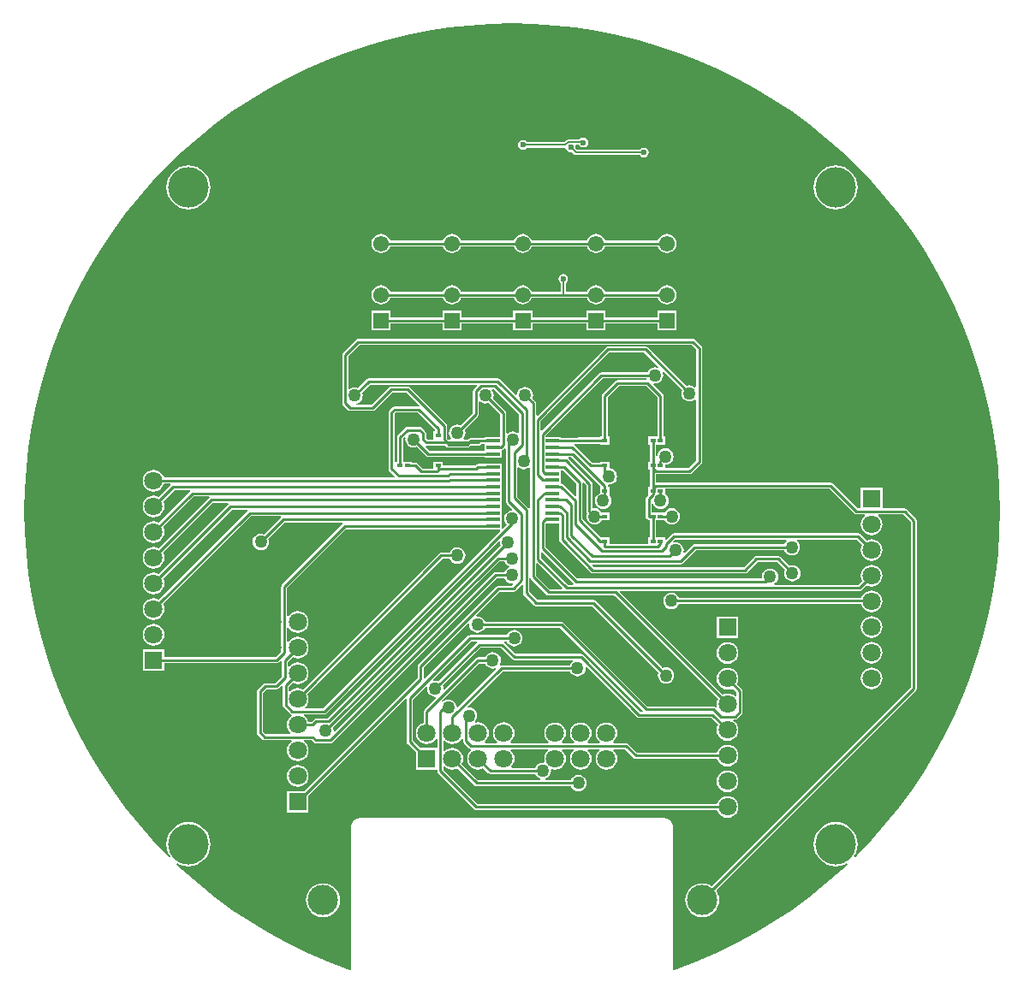
<source format=gbl>
G04 Layer_Physical_Order=2*
G04 Layer_Color=11436288*
%FSLAX24Y24*%
%MOIN*%
G70*
G01*
G75*
%ADD10R,0.0217X0.0177*%
%ADD20C,0.0100*%
%ADD21C,0.0067*%
%ADD22C,0.1575*%
%ADD23C,0.0709*%
%ADD24R,0.0709X0.0709*%
%ADD25C,0.0709*%
%ADD26R,0.0709X0.0709*%
%ADD27C,0.1181*%
%ADD28R,0.0610X0.0610*%
%ADD29C,0.0610*%
%ADD30C,0.0500*%
%ADD31C,0.0236*%
%ADD32R,0.0532X0.0157*%
G36*
X30828Y48420D02*
X31655Y48365D01*
X32478Y48275D01*
X33297Y48149D01*
X34110Y47988D01*
X34914Y47791D01*
X35710Y47559D01*
X36494Y47293D01*
X37266Y46992D01*
X38025Y46659D01*
X38768Y46292D01*
X39494Y45894D01*
X40202Y45464D01*
X40891Y45004D01*
X41559Y44514D01*
X42205Y43995D01*
X42828Y43449D01*
X43426Y42876D01*
X43999Y42278D01*
X44545Y41655D01*
X45064Y41009D01*
X45554Y40341D01*
X46014Y39652D01*
X46444Y38944D01*
X46842Y38218D01*
X47209Y37475D01*
X47542Y36716D01*
X47843Y35944D01*
X48109Y35160D01*
X48341Y34364D01*
X48538Y33560D01*
X48699Y32747D01*
X48825Y31928D01*
X48915Y31105D01*
X48970Y30278D01*
X48988Y29450D01*
X48970Y28622D01*
X48915Y27795D01*
X48825Y26972D01*
X48699Y26153D01*
X48538Y25340D01*
X48341Y24536D01*
X48109Y23740D01*
X47843Y22956D01*
X47542Y22184D01*
X47209Y21425D01*
X46842Y20682D01*
X46444Y19956D01*
X46014Y19248D01*
X45554Y18559D01*
X45064Y17891D01*
X44545Y17245D01*
X43999Y16622D01*
X43426Y16024D01*
X43352Y15952D01*
X43312Y15981D01*
X43392Y16129D01*
X43440Y16290D01*
X43457Y16458D01*
X43440Y16625D01*
X43392Y16786D01*
X43312Y16935D01*
X43205Y17065D01*
X43075Y17172D01*
X42927Y17251D01*
X42766Y17300D01*
X42598Y17316D01*
X42431Y17300D01*
X42270Y17251D01*
X42122Y17172D01*
X41991Y17065D01*
X41885Y16935D01*
X41805Y16786D01*
X41756Y16625D01*
X41740Y16458D01*
X41756Y16290D01*
X41805Y16129D01*
X41885Y15981D01*
X41991Y15851D01*
X42122Y15744D01*
X42270Y15665D01*
X42431Y15616D01*
X42598Y15599D01*
X42766Y15616D01*
X42927Y15665D01*
X43045Y15728D01*
X43075Y15687D01*
X42828Y15451D01*
X42205Y14905D01*
X41559Y14386D01*
X40891Y13896D01*
X40202Y13436D01*
X39494Y13006D01*
X38768Y12608D01*
X38025Y12241D01*
X37266Y11908D01*
X36494Y11607D01*
X36291Y11539D01*
X36251Y11568D01*
Y17167D01*
X36240Y17246D01*
X36210Y17319D01*
X36161Y17383D01*
X36098Y17431D01*
X36024Y17462D01*
X35945Y17472D01*
X24048D01*
X24048Y17472D01*
X23978Y17463D01*
X23969Y17462D01*
X23895Y17431D01*
X23832Y17383D01*
X23783Y17319D01*
X23753Y17246D01*
X23751Y17236D01*
X23742Y17167D01*
X23742Y17167D01*
X23742Y11570D01*
X23702Y11541D01*
X23506Y11607D01*
X22734Y11908D01*
X21975Y12241D01*
X21232Y12608D01*
X20506Y13006D01*
X19798Y13436D01*
X19109Y13896D01*
X18441Y14386D01*
X17795Y14905D01*
X17172Y15451D01*
X16925Y15687D01*
X16955Y15728D01*
X17073Y15665D01*
X17234Y15616D01*
X17402Y15599D01*
X17569Y15616D01*
X17730Y15665D01*
X17879Y15744D01*
X18009Y15851D01*
X18115Y15981D01*
X18195Y16129D01*
X18244Y16290D01*
X18260Y16458D01*
X18244Y16625D01*
X18195Y16786D01*
X18115Y16935D01*
X18009Y17065D01*
X17879Y17172D01*
X17730Y17251D01*
X17569Y17300D01*
X17402Y17316D01*
X17234Y17300D01*
X17073Y17251D01*
X16925Y17172D01*
X16795Y17065D01*
X16688Y16935D01*
X16608Y16786D01*
X16560Y16625D01*
X16543Y16458D01*
X16560Y16290D01*
X16608Y16129D01*
X16688Y15981D01*
X16648Y15952D01*
X16574Y16024D01*
X16001Y16622D01*
X15455Y17245D01*
X14936Y17891D01*
X14446Y18559D01*
X13986Y19248D01*
X13556Y19956D01*
X13158Y20682D01*
X12791Y21425D01*
X12458Y22184D01*
X12157Y22956D01*
X11891Y23740D01*
X11659Y24536D01*
X11462Y25340D01*
X11301Y26153D01*
X11175Y26972D01*
X11085Y27795D01*
X11030Y28622D01*
X11012Y29450D01*
X11030Y30278D01*
X11085Y31105D01*
X11175Y31928D01*
X11301Y32747D01*
X11462Y33560D01*
X11659Y34364D01*
X11891Y35160D01*
X12157Y35944D01*
X12458Y36716D01*
X12791Y37475D01*
X13158Y38218D01*
X13556Y38944D01*
X13986Y39652D01*
X14446Y40341D01*
X14936Y41009D01*
X15455Y41655D01*
X16001Y42278D01*
X16574Y42876D01*
X17172Y43449D01*
X17795Y43995D01*
X18441Y44514D01*
X19109Y45004D01*
X19798Y45464D01*
X20506Y45894D01*
X21232Y46292D01*
X21975Y46659D01*
X22734Y46992D01*
X23506Y47293D01*
X24290Y47559D01*
X25086Y47791D01*
X25890Y47988D01*
X26703Y48149D01*
X27522Y48275D01*
X28345Y48365D01*
X29172Y48420D01*
X30000Y48438D01*
X30828Y48420D01*
D02*
G37*
%LPC*%
G36*
X43996Y25346D02*
X43886Y25332D01*
X43784Y25289D01*
X43696Y25222D01*
X43628Y25134D01*
X43586Y25031D01*
X43571Y24921D01*
X43586Y24811D01*
X43628Y24709D01*
X43696Y24621D01*
X43784Y24553D01*
X43886Y24511D01*
X43996Y24496D01*
X44106Y24511D01*
X44209Y24553D01*
X44296Y24621D01*
X44364Y24709D01*
X44406Y24811D01*
X44421Y24921D01*
X44406Y25031D01*
X44364Y25134D01*
X44296Y25222D01*
X44209Y25289D01*
X44106Y25332D01*
X43996Y25346D01*
D02*
G37*
G36*
X38807Y25323D02*
X37965D01*
Y24480D01*
X38807D01*
Y25323D01*
D02*
G37*
G36*
X16043Y25047D02*
X15933Y25032D01*
X15831Y24990D01*
X15743Y24922D01*
X15675Y24834D01*
X15633Y24732D01*
X15618Y24622D01*
X15633Y24512D01*
X15675Y24410D01*
X15743Y24322D01*
X15831Y24254D01*
X15933Y24212D01*
X16043Y24197D01*
X16153Y24212D01*
X16256Y24254D01*
X16344Y24322D01*
X16411Y24410D01*
X16454Y24512D01*
X16468Y24622D01*
X16454Y24732D01*
X16411Y24834D01*
X16344Y24922D01*
X16256Y24990D01*
X16153Y25032D01*
X16043Y25047D01*
D02*
G37*
G36*
X43996Y26346D02*
X43886Y26332D01*
X43784Y26289D01*
X43696Y26222D01*
X43628Y26134D01*
X43597Y26059D01*
X36494D01*
X36477Y26100D01*
X36426Y26166D01*
X36360Y26217D01*
X36283Y26249D01*
X36200Y26260D01*
X36117Y26249D01*
X36040Y26217D01*
X35974Y26166D01*
X35923Y26100D01*
X35891Y26023D01*
X35880Y25940D01*
X35891Y25857D01*
X35923Y25780D01*
X35974Y25714D01*
X36040Y25663D01*
X36117Y25631D01*
X36200Y25620D01*
X36283Y25631D01*
X36360Y25663D01*
X36426Y25714D01*
X36477Y25780D01*
X36494Y25821D01*
X43584D01*
X43586Y25811D01*
X43628Y25709D01*
X43696Y25621D01*
X43784Y25553D01*
X43886Y25511D01*
X43996Y25496D01*
X44106Y25511D01*
X44209Y25553D01*
X44296Y25621D01*
X44364Y25709D01*
X44406Y25811D01*
X44421Y25921D01*
X44406Y26031D01*
X44364Y26134D01*
X44296Y26222D01*
X44209Y26289D01*
X44106Y26332D01*
X43996Y26346D01*
D02*
G37*
G36*
X37040Y36149D02*
X24000D01*
X23954Y36140D01*
X23916Y36114D01*
X23416Y35614D01*
X23390Y35576D01*
X23381Y35530D01*
Y33640D01*
X23390Y33594D01*
X23416Y33556D01*
X23596Y33376D01*
X23634Y33350D01*
X23680Y33341D01*
X24573D01*
X24619Y33350D01*
X24657Y33376D01*
X25329Y34048D01*
X25894D01*
X26386Y33555D01*
X26372Y33519D01*
X26363Y33508D01*
X25415D01*
X25369Y33499D01*
X25331Y33473D01*
X25222Y33364D01*
X25196Y33326D01*
X25187Y33280D01*
Y31074D01*
X25196Y31028D01*
X25222Y30990D01*
X25424Y30787D01*
X25405Y30741D01*
X16450D01*
X16411Y30834D01*
X16344Y30922D01*
X16256Y30990D01*
X16153Y31032D01*
X16043Y31047D01*
X15933Y31032D01*
X15831Y30990D01*
X15743Y30922D01*
X15675Y30834D01*
X15633Y30732D01*
X15618Y30622D01*
X15633Y30512D01*
X15675Y30410D01*
X15743Y30322D01*
X15831Y30254D01*
X15933Y30212D01*
X16043Y30197D01*
X16153Y30212D01*
X16256Y30254D01*
X16344Y30322D01*
X16411Y30410D01*
X16450Y30503D01*
X16685D01*
X16705Y30453D01*
X16247Y29994D01*
X16153Y30032D01*
X16043Y30047D01*
X15933Y30032D01*
X15831Y29990D01*
X15743Y29922D01*
X15675Y29834D01*
X15633Y29732D01*
X15618Y29622D01*
X15633Y29512D01*
X15675Y29410D01*
X15743Y29322D01*
X15831Y29254D01*
X15933Y29212D01*
X16043Y29197D01*
X16153Y29212D01*
X16256Y29254D01*
X16344Y29322D01*
X16411Y29410D01*
X16454Y29512D01*
X16468Y29622D01*
X16454Y29732D01*
X16415Y29825D01*
X16854Y30265D01*
X17453D01*
X17468Y30215D01*
X17465Y30212D01*
X16247Y28994D01*
X16153Y29032D01*
X16043Y29047D01*
X15933Y29032D01*
X15831Y28990D01*
X15743Y28922D01*
X15675Y28834D01*
X15633Y28732D01*
X15618Y28622D01*
X15633Y28512D01*
X15675Y28410D01*
X15743Y28322D01*
X15831Y28254D01*
X15933Y28212D01*
X16043Y28197D01*
X16153Y28212D01*
X16256Y28254D01*
X16344Y28322D01*
X16411Y28410D01*
X16454Y28512D01*
X16468Y28622D01*
X16454Y28732D01*
X16415Y28825D01*
X17599Y30009D01*
X18197D01*
X18213Y29959D01*
X18209Y29956D01*
X16247Y27994D01*
X16153Y28032D01*
X16043Y28047D01*
X15933Y28032D01*
X15831Y27990D01*
X15743Y27922D01*
X15675Y27834D01*
X15633Y27732D01*
X15618Y27622D01*
X15633Y27512D01*
X15675Y27410D01*
X15743Y27322D01*
X15831Y27254D01*
X15933Y27212D01*
X16043Y27197D01*
X16153Y27212D01*
X16256Y27254D01*
X16344Y27322D01*
X16411Y27410D01*
X16454Y27512D01*
X16468Y27622D01*
X16454Y27732D01*
X16415Y27825D01*
X18343Y29753D01*
X18941D01*
X18957Y29703D01*
X18953Y29700D01*
X16247Y26994D01*
X16153Y27032D01*
X16043Y27047D01*
X15933Y27032D01*
X15831Y26990D01*
X15743Y26922D01*
X15675Y26834D01*
X15633Y26732D01*
X15618Y26622D01*
X15633Y26512D01*
X15675Y26410D01*
X15743Y26322D01*
X15831Y26254D01*
X15933Y26212D01*
X16043Y26197D01*
X16153Y26212D01*
X16256Y26254D01*
X16344Y26322D01*
X16411Y26410D01*
X16454Y26512D01*
X16468Y26622D01*
X16454Y26732D01*
X16415Y26825D01*
X19087Y29497D01*
X19686D01*
X19701Y29447D01*
X19697Y29445D01*
X16247Y25994D01*
X16153Y26032D01*
X16043Y26047D01*
X15933Y26032D01*
X15831Y25990D01*
X15743Y25922D01*
X15675Y25834D01*
X15633Y25732D01*
X15618Y25622D01*
X15633Y25512D01*
X15675Y25410D01*
X15743Y25322D01*
X15831Y25254D01*
X15933Y25212D01*
X16043Y25197D01*
X16153Y25212D01*
X16256Y25254D01*
X16344Y25322D01*
X16411Y25410D01*
X16454Y25512D01*
X16468Y25622D01*
X16454Y25732D01*
X16415Y25825D01*
X19831Y29241D01*
X20988D01*
X21004Y29191D01*
X21000Y29189D01*
X20343Y28532D01*
X20303Y28549D01*
X20220Y28560D01*
X20137Y28549D01*
X20060Y28517D01*
X19994Y28466D01*
X19943Y28400D01*
X19911Y28323D01*
X19900Y28240D01*
X19911Y28157D01*
X19943Y28080D01*
X19994Y28014D01*
X20060Y27963D01*
X20137Y27931D01*
X20220Y27920D01*
X20303Y27931D01*
X20380Y27963D01*
X20446Y28014D01*
X20497Y28080D01*
X20529Y28157D01*
X20540Y28240D01*
X20529Y28323D01*
X20512Y28363D01*
X21134Y28985D01*
X23393D01*
X23408Y28935D01*
X23404Y28933D01*
X21040Y26569D01*
X21015Y26530D01*
X21006Y26485D01*
Y23964D01*
X20782Y23741D01*
X16465D01*
Y24043D01*
X15622D01*
Y23201D01*
X16465D01*
Y23503D01*
X20832D01*
X20877Y23512D01*
X20916Y23538D01*
X20988Y23610D01*
X21038Y23589D01*
Y22997D01*
X20770Y22729D01*
X20390D01*
X20344Y22720D01*
X20306Y22694D01*
X20096Y22484D01*
X20070Y22446D01*
X20061Y22400D01*
Y20800D01*
X20070Y20754D01*
X20096Y20716D01*
X20266Y20546D01*
X20304Y20520D01*
X20350Y20511D01*
X21401D01*
X21418Y20461D01*
X21353Y20411D01*
X21286Y20323D01*
X21243Y20220D01*
X21229Y20110D01*
X21243Y20000D01*
X21286Y19898D01*
X21353Y19810D01*
X21441Y19742D01*
X21544Y19700D01*
X21654Y19685D01*
X21764Y19700D01*
X21866Y19742D01*
X21954Y19810D01*
X22022Y19898D01*
X22064Y20000D01*
X22078Y20110D01*
X22064Y20220D01*
X22022Y20323D01*
X21954Y20411D01*
X21889Y20461D01*
X21906Y20511D01*
X22191D01*
X22283Y20419D01*
X22322Y20393D01*
X22368Y20384D01*
X22923D01*
X22969Y20393D01*
X23007Y20419D01*
X29409Y26821D01*
X29706D01*
X29723Y26780D01*
X29774Y26714D01*
X29840Y26663D01*
X29917Y26631D01*
X30000Y26620D01*
X30017Y26623D01*
X30041Y26575D01*
X29998Y26532D01*
X29473D01*
X29427Y26523D01*
X29389Y26497D01*
X26358Y23467D01*
X26332Y23428D01*
X26323Y23383D01*
Y22949D01*
X21906Y18532D01*
X21232D01*
Y17689D01*
X22075D01*
Y18363D01*
X25851Y22139D01*
X25901Y22118D01*
Y20437D01*
X25910Y20391D01*
X25936Y20352D01*
X26252Y20036D01*
Y19362D01*
X27081D01*
Y19310D01*
X27090Y19264D01*
X27116Y19226D01*
X28524Y17817D01*
X28563Y17791D01*
X28608Y17782D01*
X37979D01*
X38018Y17689D01*
X38085Y17601D01*
X38173Y17534D01*
X38276Y17491D01*
X38386Y17477D01*
X38496Y17491D01*
X38598Y17534D01*
X38686Y17601D01*
X38754Y17689D01*
X38796Y17792D01*
X38811Y17902D01*
X38796Y18012D01*
X38754Y18114D01*
X38686Y18202D01*
X38598Y18270D01*
X38496Y18312D01*
X38386Y18326D01*
X38276Y18312D01*
X38173Y18270D01*
X38085Y18202D01*
X38018Y18114D01*
X37979Y18021D01*
X28658D01*
X27319Y19359D01*
Y19475D01*
X27367Y19491D01*
X27373Y19483D01*
X27461Y19415D01*
X27563Y19373D01*
X27673Y19359D01*
X27783Y19373D01*
X27876Y19412D01*
X28532Y18756D01*
X28571Y18730D01*
X28617Y18721D01*
X32286D01*
X32303Y18680D01*
X32354Y18614D01*
X32420Y18563D01*
X32497Y18531D01*
X32580Y18520D01*
X32663Y18531D01*
X32740Y18563D01*
X32806Y18614D01*
X32857Y18680D01*
X32889Y18757D01*
X32900Y18840D01*
X32889Y18923D01*
X32857Y19000D01*
X32806Y19066D01*
X32740Y19117D01*
X32663Y19149D01*
X32580Y19160D01*
X32497Y19149D01*
X32420Y19117D01*
X32354Y19066D01*
X32303Y19000D01*
X32286Y18959D01*
X31306D01*
X31296Y19009D01*
X31353Y19033D01*
X31420Y19084D01*
X31470Y19150D01*
X31502Y19227D01*
X31513Y19310D01*
X31509Y19341D01*
X31555Y19376D01*
X31563Y19373D01*
X31673Y19359D01*
X31783Y19373D01*
X31886Y19415D01*
X31974Y19483D01*
X32041Y19571D01*
X32084Y19673D01*
X32098Y19783D01*
X32084Y19893D01*
X32041Y19996D01*
X31974Y20084D01*
X31939Y20111D01*
X31956Y20161D01*
X32391D01*
X32408Y20111D01*
X32373Y20084D01*
X32305Y19996D01*
X32263Y19893D01*
X32248Y19783D01*
X32263Y19673D01*
X32305Y19571D01*
X32373Y19483D01*
X32461Y19415D01*
X32563Y19373D01*
X32673Y19359D01*
X32783Y19373D01*
X32886Y19415D01*
X32974Y19483D01*
X33041Y19571D01*
X33084Y19673D01*
X33098Y19783D01*
X33084Y19893D01*
X33041Y19996D01*
X32974Y20084D01*
X32939Y20111D01*
X32956Y20161D01*
X33391D01*
X33408Y20111D01*
X33373Y20084D01*
X33305Y19996D01*
X33263Y19893D01*
X33248Y19783D01*
X33263Y19673D01*
X33305Y19571D01*
X33373Y19483D01*
X33461Y19415D01*
X33563Y19373D01*
X33673Y19359D01*
X33783Y19373D01*
X33886Y19415D01*
X33974Y19483D01*
X34041Y19571D01*
X34084Y19673D01*
X34098Y19783D01*
X34084Y19893D01*
X34041Y19996D01*
X33974Y20084D01*
X33939Y20111D01*
X33956Y20161D01*
X34391D01*
X34734Y19817D01*
X34773Y19791D01*
X34818Y19782D01*
X37979D01*
X38018Y19689D01*
X38085Y19601D01*
X38173Y19534D01*
X38276Y19491D01*
X38386Y19477D01*
X38496Y19491D01*
X38598Y19534D01*
X38686Y19601D01*
X38754Y19689D01*
X38796Y19792D01*
X38811Y19902D01*
X38796Y20012D01*
X38754Y20114D01*
X38686Y20202D01*
X38598Y20270D01*
X38496Y20312D01*
X38386Y20326D01*
X38276Y20312D01*
X38173Y20270D01*
X38085Y20202D01*
X38018Y20114D01*
X37979Y20021D01*
X34868D01*
X34524Y20364D01*
X34486Y20390D01*
X34440Y20399D01*
X33947D01*
X33930Y20449D01*
X33974Y20483D01*
X34041Y20571D01*
X34084Y20673D01*
X34098Y20783D01*
X34084Y20893D01*
X34041Y20996D01*
X33974Y21084D01*
X33886Y21151D01*
X33783Y21194D01*
X33673Y21208D01*
X33563Y21194D01*
X33461Y21151D01*
X33373Y21084D01*
X33305Y20996D01*
X33263Y20893D01*
X33248Y20783D01*
X33263Y20673D01*
X33305Y20571D01*
X33373Y20483D01*
X33417Y20449D01*
X33400Y20399D01*
X32947D01*
X32930Y20449D01*
X32974Y20483D01*
X33041Y20571D01*
X33084Y20673D01*
X33098Y20783D01*
X33084Y20893D01*
X33041Y20996D01*
X32974Y21084D01*
X32886Y21151D01*
X32783Y21194D01*
X32673Y21208D01*
X32563Y21194D01*
X32461Y21151D01*
X32373Y21084D01*
X32305Y20996D01*
X32263Y20893D01*
X32248Y20783D01*
X32263Y20673D01*
X32305Y20571D01*
X32373Y20483D01*
X32417Y20449D01*
X32400Y20399D01*
X31947D01*
X31930Y20449D01*
X31974Y20483D01*
X32041Y20571D01*
X32084Y20673D01*
X32098Y20783D01*
X32084Y20893D01*
X32041Y20996D01*
X31974Y21084D01*
X31886Y21151D01*
X31783Y21194D01*
X31673Y21208D01*
X31563Y21194D01*
X31461Y21151D01*
X31373Y21084D01*
X31305Y20996D01*
X31263Y20893D01*
X31248Y20783D01*
X31263Y20673D01*
X31305Y20571D01*
X31373Y20483D01*
X31417Y20449D01*
X31400Y20399D01*
X29947D01*
X29930Y20449D01*
X29974Y20483D01*
X30041Y20571D01*
X30084Y20673D01*
X30098Y20783D01*
X30084Y20893D01*
X30041Y20996D01*
X29974Y21084D01*
X29886Y21151D01*
X29783Y21194D01*
X29673Y21208D01*
X29563Y21194D01*
X29461Y21151D01*
X29373Y21084D01*
X29305Y20996D01*
X29263Y20893D01*
X29248Y20783D01*
X29263Y20673D01*
X29305Y20571D01*
X29373Y20483D01*
X29417Y20449D01*
X29400Y20399D01*
X28947D01*
X28930Y20449D01*
X28974Y20483D01*
X29041Y20571D01*
X29084Y20673D01*
X29098Y20783D01*
X29084Y20893D01*
X29041Y20996D01*
X28974Y21084D01*
X28886Y21151D01*
X28783Y21194D01*
X28673Y21208D01*
X28577Y21196D01*
X28562Y21215D01*
X28551Y21239D01*
X28551Y21240D01*
X28597Y21300D01*
X28629Y21377D01*
X28640Y21460D01*
X28629Y21543D01*
X28597Y21620D01*
X28546Y21686D01*
X28480Y21737D01*
X28403Y21769D01*
X28320Y21780D01*
X28284Y21775D01*
X28261Y21822D01*
X29630Y23191D01*
X32246D01*
X32263Y23150D01*
X32314Y23084D01*
X32380Y23033D01*
X32457Y23001D01*
X32540Y22990D01*
X32623Y23001D01*
X32700Y23033D01*
X32766Y23084D01*
X32817Y23150D01*
X32849Y23227D01*
X32860Y23310D01*
X32856Y23334D01*
X32904Y23358D01*
X34856Y21406D01*
X34894Y21380D01*
X34940Y21371D01*
X37748D01*
X38014Y21105D01*
X37975Y21012D01*
X37961Y20902D01*
X37975Y20792D01*
X38018Y20689D01*
X38085Y20601D01*
X38173Y20534D01*
X38276Y20491D01*
X38386Y20477D01*
X38496Y20491D01*
X38598Y20534D01*
X38686Y20601D01*
X38754Y20689D01*
X38796Y20792D01*
X38811Y20902D01*
X38796Y21012D01*
X38754Y21114D01*
X38686Y21202D01*
X38610Y21261D01*
X38623Y21311D01*
X38690D01*
X38736Y21320D01*
X38774Y21346D01*
X38944Y21516D01*
X38970Y21554D01*
X38979Y21600D01*
Y22427D01*
X38970Y22473D01*
X38944Y22512D01*
X38758Y22698D01*
X38796Y22792D01*
X38811Y22902D01*
X38796Y23012D01*
X38754Y23114D01*
X38686Y23202D01*
X38598Y23270D01*
X38496Y23312D01*
X38386Y23326D01*
X38276Y23312D01*
X38173Y23270D01*
X38085Y23202D01*
X38018Y23114D01*
X37975Y23012D01*
X37961Y22902D01*
X37975Y22792D01*
X38018Y22689D01*
X38085Y22601D01*
X38173Y22534D01*
X38276Y22491D01*
X38386Y22477D01*
X38496Y22491D01*
X38589Y22530D01*
X38741Y22378D01*
Y22209D01*
X38693Y22193D01*
X38686Y22202D01*
X38598Y22270D01*
X38496Y22312D01*
X38386Y22326D01*
X38276Y22312D01*
X38183Y22273D01*
X34183Y26274D01*
X34202Y26320D01*
X43514D01*
X43559Y26329D01*
X43598Y26355D01*
X43793Y26549D01*
X43886Y26511D01*
X43996Y26496D01*
X44106Y26511D01*
X44209Y26553D01*
X44296Y26621D01*
X44364Y26709D01*
X44406Y26811D01*
X44421Y26921D01*
X44406Y27031D01*
X44364Y27134D01*
X44296Y27222D01*
X44209Y27289D01*
X44106Y27332D01*
X43996Y27346D01*
X43886Y27332D01*
X43784Y27289D01*
X43696Y27222D01*
X43628Y27134D01*
X43586Y27031D01*
X43571Y26921D01*
X43586Y26811D01*
X43624Y26718D01*
X43464Y26558D01*
X40224D01*
X40223Y26560D01*
X40211Y26608D01*
X40267Y26651D01*
X40318Y26717D01*
X40349Y26794D01*
X40360Y26877D01*
X40349Y26959D01*
X40318Y27036D01*
X40267Y27103D01*
X40200Y27153D01*
X40123Y27185D01*
X40041Y27196D01*
X39958Y27185D01*
X39881Y27153D01*
X39815Y27103D01*
X39764Y27036D01*
X39732Y26959D01*
X39721Y26877D01*
X39726Y26840D01*
X39693Y26802D01*
X32529D01*
X31299Y28032D01*
Y28955D01*
X31303Y28959D01*
X31831D01*
Y28316D01*
X31840Y28270D01*
X31866Y28232D01*
X33052Y27046D01*
X33090Y27020D01*
X33136Y27011D01*
X39070D01*
X39116Y27020D01*
X39154Y27046D01*
X39560Y27452D01*
X40297D01*
X40615Y27133D01*
X40599Y27093D01*
X40588Y27010D01*
X40599Y26927D01*
X40630Y26850D01*
X40681Y26784D01*
X40747Y26733D01*
X40825Y26701D01*
X40907Y26690D01*
X40990Y26701D01*
X41067Y26733D01*
X41133Y26784D01*
X41184Y26850D01*
X41216Y26927D01*
X41227Y27010D01*
X41216Y27093D01*
X41184Y27170D01*
X41133Y27236D01*
X41067Y27287D01*
X40990Y27319D01*
X40907Y27330D01*
X40825Y27319D01*
X40784Y27302D01*
X40431Y27655D01*
X40392Y27681D01*
X40346Y27690D01*
X39511D01*
X39465Y27681D01*
X39427Y27655D01*
X39021Y27249D01*
X33185D01*
X33117Y27318D01*
X33136Y27364D01*
X36562D01*
X36607Y27373D01*
X36646Y27399D01*
X37158Y27911D01*
X40594D01*
X40610Y27870D01*
X40661Y27804D01*
X40727Y27753D01*
X40805Y27721D01*
X40887Y27710D01*
X40970Y27721D01*
X41047Y27753D01*
X41113Y27804D01*
X41164Y27870D01*
X41196Y27947D01*
X41207Y28030D01*
X41196Y28113D01*
X41164Y28190D01*
X41113Y28256D01*
X41081Y28281D01*
X41098Y28331D01*
X43418D01*
X43624Y28124D01*
X43586Y28031D01*
X43571Y27921D01*
X43586Y27811D01*
X43628Y27709D01*
X43696Y27621D01*
X43784Y27553D01*
X43886Y27511D01*
X43996Y27496D01*
X44106Y27511D01*
X44209Y27553D01*
X44296Y27621D01*
X44364Y27709D01*
X44406Y27811D01*
X44421Y27921D01*
X44406Y28031D01*
X44364Y28134D01*
X44296Y28222D01*
X44209Y28289D01*
X44106Y28332D01*
X43996Y28346D01*
X43886Y28332D01*
X43793Y28293D01*
X43552Y28534D01*
X43513Y28560D01*
X43467Y28569D01*
X36300D01*
X36254Y28560D01*
X36216Y28534D01*
X35999Y28318D01*
X35953Y28337D01*
Y28404D01*
X35601D01*
Y29077D01*
X35938D01*
X35939Y29072D01*
X35990Y29006D01*
X36056Y28955D01*
X36133Y28924D01*
X36216Y28913D01*
X36299Y28924D01*
X36376Y28955D01*
X36442Y29006D01*
X36493Y29072D01*
X36525Y29150D01*
X36536Y29232D01*
X36525Y29315D01*
X36493Y29392D01*
X36442Y29458D01*
X36376Y29509D01*
X36299Y29541D01*
X36216Y29552D01*
X36133Y29541D01*
X36056Y29509D01*
X35990Y29458D01*
X35939Y29392D01*
X35938Y29388D01*
X35435D01*
Y29707D01*
X35485Y29717D01*
X35501Y29680D01*
X35552Y29614D01*
X35618Y29563D01*
X35695Y29531D01*
X35778Y29520D01*
X35860Y29531D01*
X35937Y29563D01*
X36004Y29614D01*
X36054Y29680D01*
X36086Y29757D01*
X36097Y29840D01*
X36086Y29923D01*
X36054Y30000D01*
X36004Y30066D01*
X35953Y30105D01*
Y30313D01*
X42338D01*
X43316Y29336D01*
X43354Y29310D01*
X43400Y29301D01*
X43717D01*
X43734Y29251D01*
X43696Y29222D01*
X43628Y29134D01*
X43586Y29031D01*
X43571Y28921D01*
X43586Y28811D01*
X43628Y28709D01*
X43696Y28621D01*
X43784Y28553D01*
X43886Y28511D01*
X43996Y28496D01*
X44106Y28511D01*
X44209Y28553D01*
X44296Y28621D01*
X44364Y28709D01*
X44406Y28811D01*
X44421Y28921D01*
X44406Y29031D01*
X44364Y29134D01*
X44296Y29222D01*
X44259Y29251D01*
X44276Y29301D01*
X45231D01*
X45515Y29016D01*
Y22554D01*
X37776Y14815D01*
X37769Y14821D01*
X37654Y14882D01*
X37530Y14920D01*
X37402Y14932D01*
X37273Y14920D01*
X37149Y14882D01*
X37035Y14821D01*
X36934Y14739D01*
X36852Y14639D01*
X36791Y14524D01*
X36754Y14401D01*
X36741Y14272D01*
X36754Y14143D01*
X36791Y14019D01*
X36852Y13905D01*
X36934Y13805D01*
X37035Y13722D01*
X37149Y13661D01*
X37273Y13624D01*
X37402Y13611D01*
X37530Y13624D01*
X37654Y13661D01*
X37769Y13722D01*
X37869Y13805D01*
X37951Y13905D01*
X38012Y14019D01*
X38050Y14143D01*
X38062Y14272D01*
X38050Y14401D01*
X38012Y14524D01*
X37951Y14639D01*
X37945Y14646D01*
X45719Y22420D01*
X45744Y22459D01*
X45753Y22504D01*
Y29066D01*
X45744Y29111D01*
X45719Y29150D01*
X45364Y29504D01*
X45326Y29530D01*
X45280Y29539D01*
X44417D01*
Y30343D01*
X43575D01*
Y29539D01*
X43449D01*
X42472Y30517D01*
X42433Y30542D01*
X42388Y30552D01*
X35601D01*
Y30871D01*
X36910D01*
X36956Y30880D01*
X36994Y30906D01*
X37364Y31276D01*
X37390Y31314D01*
X37399Y31360D01*
Y35790D01*
X37390Y35836D01*
X37364Y35874D01*
X37124Y36114D01*
X37086Y36140D01*
X37040Y36149D01*
D02*
G37*
G36*
X43996Y23346D02*
X43886Y23332D01*
X43784Y23289D01*
X43696Y23222D01*
X43628Y23134D01*
X43586Y23031D01*
X43571Y22921D01*
X43586Y22811D01*
X43628Y22709D01*
X43696Y22621D01*
X43784Y22553D01*
X43886Y22511D01*
X43996Y22496D01*
X44106Y22511D01*
X44209Y22553D01*
X44296Y22621D01*
X44364Y22709D01*
X44406Y22811D01*
X44421Y22921D01*
X44406Y23031D01*
X44364Y23134D01*
X44296Y23222D01*
X44209Y23289D01*
X44106Y23332D01*
X43996Y23346D01*
D02*
G37*
G36*
Y24346D02*
X43886Y24332D01*
X43784Y24289D01*
X43696Y24222D01*
X43628Y24134D01*
X43586Y24031D01*
X43571Y23921D01*
X43586Y23811D01*
X43628Y23709D01*
X43696Y23621D01*
X43784Y23553D01*
X43886Y23511D01*
X43996Y23496D01*
X44106Y23511D01*
X44209Y23553D01*
X44296Y23621D01*
X44364Y23709D01*
X44406Y23811D01*
X44421Y23921D01*
X44406Y24031D01*
X44364Y24134D01*
X44296Y24222D01*
X44209Y24289D01*
X44106Y24332D01*
X43996Y24346D01*
D02*
G37*
G36*
X38386Y24326D02*
X38276Y24312D01*
X38173Y24270D01*
X38085Y24202D01*
X38018Y24114D01*
X37975Y24012D01*
X37961Y23902D01*
X37975Y23792D01*
X38018Y23689D01*
X38085Y23601D01*
X38173Y23534D01*
X38276Y23491D01*
X38386Y23477D01*
X38496Y23491D01*
X38598Y23534D01*
X38686Y23601D01*
X38754Y23689D01*
X38796Y23792D01*
X38811Y23902D01*
X38796Y24012D01*
X38754Y24114D01*
X38686Y24202D01*
X38598Y24270D01*
X38496Y24312D01*
X38386Y24326D01*
D02*
G37*
G36*
X21654Y19535D02*
X21544Y19521D01*
X21441Y19478D01*
X21353Y19411D01*
X21286Y19323D01*
X21243Y19220D01*
X21229Y19110D01*
X21243Y19000D01*
X21286Y18898D01*
X21353Y18810D01*
X21441Y18742D01*
X21544Y18700D01*
X21654Y18685D01*
X21764Y18700D01*
X21866Y18742D01*
X21954Y18810D01*
X22022Y18898D01*
X22064Y19000D01*
X22078Y19110D01*
X22064Y19220D01*
X22022Y19323D01*
X21954Y19411D01*
X21866Y19478D01*
X21764Y19521D01*
X21654Y19535D01*
D02*
G37*
G36*
X17402Y42907D02*
X17234Y42890D01*
X17073Y42842D01*
X16925Y42762D01*
X16795Y42655D01*
X16688Y42525D01*
X16608Y42377D01*
X16560Y42216D01*
X16543Y42048D01*
X16560Y41881D01*
X16608Y41720D01*
X16688Y41571D01*
X16795Y41441D01*
X16925Y41335D01*
X17073Y41255D01*
X17234Y41206D01*
X17402Y41190D01*
X17569Y41206D01*
X17730Y41255D01*
X17879Y41335D01*
X18009Y41441D01*
X18115Y41571D01*
X18195Y41720D01*
X18244Y41881D01*
X18260Y42048D01*
X18244Y42216D01*
X18195Y42377D01*
X18115Y42525D01*
X18009Y42655D01*
X17879Y42762D01*
X17730Y42842D01*
X17569Y42890D01*
X17402Y42907D01*
D02*
G37*
G36*
X36023Y40237D02*
X35926Y40225D01*
X35836Y40187D01*
X35758Y40128D01*
X35699Y40050D01*
X35670Y39981D01*
X33621D01*
X33593Y40050D01*
X33533Y40128D01*
X33455Y40187D01*
X33365Y40225D01*
X33268Y40237D01*
X33170Y40225D01*
X33080Y40187D01*
X33002Y40128D01*
X32943Y40050D01*
X32914Y39981D01*
X30767D01*
X30738Y40050D01*
X30679Y40128D01*
X30601Y40187D01*
X30510Y40225D01*
X30413Y40237D01*
X30316Y40225D01*
X30226Y40187D01*
X30148Y40128D01*
X30088Y40050D01*
X30060Y39981D01*
X28011D01*
X27982Y40050D01*
X27923Y40128D01*
X27845Y40187D01*
X27754Y40225D01*
X27657Y40237D01*
X27560Y40225D01*
X27470Y40187D01*
X27392Y40128D01*
X27332Y40050D01*
X27304Y39981D01*
X25255D01*
X25226Y40050D01*
X25167Y40128D01*
X25089Y40187D01*
X24999Y40225D01*
X24901Y40237D01*
X24804Y40225D01*
X24714Y40187D01*
X24636Y40128D01*
X24576Y40050D01*
X24539Y39959D01*
X24526Y39862D01*
X24539Y39765D01*
X24576Y39675D01*
X24636Y39597D01*
X24714Y39537D01*
X24804Y39500D01*
X24901Y39487D01*
X24999Y39500D01*
X25089Y39537D01*
X25167Y39597D01*
X25226Y39675D01*
X25255Y39743D01*
X27304D01*
X27332Y39675D01*
X27392Y39597D01*
X27470Y39537D01*
X27560Y39500D01*
X27657Y39487D01*
X27754Y39500D01*
X27845Y39537D01*
X27923Y39597D01*
X27982Y39675D01*
X28011Y39743D01*
X30060D01*
X30088Y39675D01*
X30148Y39597D01*
X30226Y39537D01*
X30316Y39500D01*
X30413Y39487D01*
X30510Y39500D01*
X30601Y39537D01*
X30679Y39597D01*
X30738Y39675D01*
X30767Y39743D01*
X32914D01*
X32943Y39675D01*
X33002Y39597D01*
X33080Y39537D01*
X33170Y39500D01*
X33268Y39487D01*
X33365Y39500D01*
X33455Y39537D01*
X33533Y39597D01*
X33593Y39675D01*
X33621Y39743D01*
X35670D01*
X35699Y39675D01*
X35758Y39597D01*
X35836Y39537D01*
X35926Y39500D01*
X36023Y39487D01*
X36121Y39500D01*
X36211Y39537D01*
X36289Y39597D01*
X36348Y39675D01*
X36386Y39765D01*
X36399Y39862D01*
X36386Y39959D01*
X36348Y40050D01*
X36289Y40128D01*
X36211Y40187D01*
X36121Y40225D01*
X36023Y40237D01*
D02*
G37*
G36*
X32776Y43988D02*
X32703Y43974D01*
X32642Y43933D01*
X32636Y43923D01*
X32193D01*
X32160Y43917D01*
X32154Y43915D01*
X32121Y43893D01*
X32030Y43803D01*
X30568D01*
X30547Y43834D01*
X30486Y43875D01*
X30413Y43889D01*
X30341Y43875D01*
X30280Y43834D01*
X30239Y43773D01*
X30225Y43701D01*
X30239Y43629D01*
X30280Y43567D01*
X30341Y43526D01*
X30413Y43512D01*
X30486Y43526D01*
X30547Y43567D01*
X30568Y43598D01*
X32048D01*
X32073Y43598D01*
X32104Y43554D01*
X32109Y43530D01*
X32150Y43469D01*
X32211Y43428D01*
X32283Y43414D01*
X32320Y43421D01*
X32408Y43333D01*
X32441Y43311D01*
X32448Y43310D01*
X32480Y43303D01*
X34984D01*
X35004Y43272D01*
X35066Y43231D01*
X35138Y43217D01*
X35210Y43231D01*
X35271Y43272D01*
X35312Y43333D01*
X35326Y43406D01*
X35312Y43478D01*
X35271Y43539D01*
X35210Y43580D01*
X35138Y43594D01*
X35066Y43580D01*
X35004Y43539D01*
X34984Y43508D01*
X32523D01*
X32465Y43566D01*
X32472Y43602D01*
X32459Y43668D01*
X32464Y43687D01*
X32481Y43719D01*
X32607D01*
X32642Y43666D01*
X32703Y43625D01*
X32776Y43611D01*
X32848Y43625D01*
X32909Y43666D01*
X32950Y43727D01*
X32964Y43799D01*
X32950Y43871D01*
X32909Y43933D01*
X32848Y43974D01*
X32776Y43988D01*
D02*
G37*
G36*
X42598Y42907D02*
X42431Y42890D01*
X42270Y42842D01*
X42122Y42762D01*
X41991Y42655D01*
X41885Y42525D01*
X41805Y42377D01*
X41756Y42216D01*
X41740Y42048D01*
X41756Y41881D01*
X41805Y41720D01*
X41885Y41571D01*
X41991Y41441D01*
X42122Y41335D01*
X42270Y41255D01*
X42431Y41206D01*
X42598Y41190D01*
X42766Y41206D01*
X42927Y41255D01*
X43075Y41335D01*
X43205Y41441D01*
X43312Y41571D01*
X43392Y41720D01*
X43440Y41881D01*
X43457Y42048D01*
X43440Y42216D01*
X43392Y42377D01*
X43312Y42525D01*
X43205Y42655D01*
X43075Y42762D01*
X42927Y42842D01*
X42766Y42890D01*
X42598Y42907D01*
D02*
G37*
G36*
X22638Y14932D02*
X22509Y14920D01*
X22385Y14882D01*
X22271Y14821D01*
X22171Y14739D01*
X22088Y14639D01*
X22027Y14524D01*
X21990Y14401D01*
X21977Y14272D01*
X21990Y14143D01*
X22027Y14019D01*
X22088Y13905D01*
X22171Y13805D01*
X22271Y13722D01*
X22385Y13661D01*
X22509Y13624D01*
X22638Y13611D01*
X22767Y13624D01*
X22891Y13661D01*
X23005Y13722D01*
X23105Y13805D01*
X23187Y13905D01*
X23248Y14019D01*
X23286Y14143D01*
X23298Y14272D01*
X23286Y14401D01*
X23248Y14524D01*
X23187Y14639D01*
X23105Y14739D01*
X23005Y14821D01*
X22891Y14882D01*
X22767Y14920D01*
X22638Y14932D01*
D02*
G37*
G36*
X38386Y19326D02*
X38276Y19312D01*
X38173Y19270D01*
X38085Y19202D01*
X38018Y19114D01*
X37975Y19012D01*
X37961Y18902D01*
X37975Y18792D01*
X38018Y18689D01*
X38085Y18601D01*
X38173Y18534D01*
X38276Y18491D01*
X38386Y18477D01*
X38496Y18491D01*
X38598Y18534D01*
X38686Y18601D01*
X38754Y18689D01*
X38796Y18792D01*
X38811Y18902D01*
X38796Y19012D01*
X38754Y19114D01*
X38686Y19202D01*
X38598Y19270D01*
X38496Y19312D01*
X38386Y19326D01*
D02*
G37*
G36*
X31988Y38673D02*
X31916Y38659D01*
X31855Y38618D01*
X31814Y38556D01*
X31800Y38484D01*
X31814Y38412D01*
X31855Y38351D01*
X31886Y38330D01*
Y37981D01*
X30767D01*
X30738Y38050D01*
X30679Y38128D01*
X30601Y38187D01*
X30510Y38225D01*
X30413Y38237D01*
X30316Y38225D01*
X30226Y38187D01*
X30148Y38128D01*
X30088Y38050D01*
X30060Y37981D01*
X28011D01*
X27982Y38050D01*
X27923Y38128D01*
X27845Y38187D01*
X27754Y38225D01*
X27657Y38237D01*
X27560Y38225D01*
X27470Y38187D01*
X27392Y38128D01*
X27332Y38050D01*
X27304Y37981D01*
X25255D01*
X25226Y38050D01*
X25167Y38128D01*
X25089Y38187D01*
X24999Y38225D01*
X24901Y38237D01*
X24804Y38225D01*
X24714Y38187D01*
X24636Y38128D01*
X24576Y38050D01*
X24539Y37959D01*
X24526Y37862D01*
X24539Y37765D01*
X24576Y37675D01*
X24636Y37597D01*
X24714Y37537D01*
X24804Y37500D01*
X24901Y37487D01*
X24999Y37500D01*
X25089Y37537D01*
X25167Y37597D01*
X25226Y37675D01*
X25255Y37743D01*
X27304D01*
X27332Y37675D01*
X27392Y37597D01*
X27470Y37537D01*
X27560Y37500D01*
X27657Y37487D01*
X27754Y37500D01*
X27845Y37537D01*
X27923Y37597D01*
X27982Y37675D01*
X28011Y37743D01*
X30060D01*
X30088Y37675D01*
X30148Y37597D01*
X30226Y37537D01*
X30316Y37500D01*
X30413Y37487D01*
X30510Y37500D01*
X30601Y37537D01*
X30679Y37597D01*
X30738Y37675D01*
X30767Y37743D01*
X32914D01*
X32943Y37675D01*
X33002Y37597D01*
X33080Y37537D01*
X33170Y37500D01*
X33268Y37487D01*
X33365Y37500D01*
X33455Y37537D01*
X33533Y37597D01*
X33593Y37675D01*
X33621Y37743D01*
X35670D01*
X35699Y37675D01*
X35758Y37597D01*
X35836Y37537D01*
X35926Y37500D01*
X36023Y37487D01*
X36121Y37500D01*
X36211Y37537D01*
X36289Y37597D01*
X36348Y37675D01*
X36386Y37765D01*
X36399Y37862D01*
X36386Y37959D01*
X36348Y38050D01*
X36289Y38128D01*
X36211Y38187D01*
X36121Y38225D01*
X36023Y38237D01*
X35926Y38225D01*
X35836Y38187D01*
X35758Y38128D01*
X35699Y38050D01*
X35670Y37981D01*
X33621D01*
X33593Y38050D01*
X33533Y38128D01*
X33455Y38187D01*
X33365Y38225D01*
X33268Y38237D01*
X33170Y38225D01*
X33080Y38187D01*
X33002Y38128D01*
X32943Y38050D01*
X32914Y37981D01*
X32091D01*
Y38330D01*
X32122Y38351D01*
X32162Y38412D01*
X32177Y38484D01*
X32162Y38556D01*
X32122Y38618D01*
X32060Y38659D01*
X31988Y38673D01*
D02*
G37*
G36*
X36396Y37234D02*
X35651D01*
Y36981D01*
X33640D01*
Y37234D01*
X32896D01*
Y36981D01*
X30785D01*
Y37234D01*
X30041D01*
Y36981D01*
X28029D01*
Y37234D01*
X27285D01*
Y36981D01*
X25274D01*
Y37234D01*
X24529D01*
Y36490D01*
X25274D01*
Y36743D01*
X27285D01*
Y36490D01*
X28029D01*
Y36743D01*
X30041D01*
Y36490D01*
X30785D01*
Y36743D01*
X32896D01*
Y36490D01*
X33640D01*
Y36743D01*
X35651D01*
Y36490D01*
X36396D01*
Y37234D01*
D02*
G37*
%LPD*%
G36*
X28647Y24314D02*
X28643Y24311D01*
X27133Y22802D01*
X27093Y22819D01*
X27010Y22830D01*
X26940Y22820D01*
X26916Y22857D01*
X26914Y22865D01*
X28412Y24364D01*
X28631D01*
X28647Y24314D01*
D02*
G37*
G36*
X30000Y23666D02*
X30038Y23640D01*
X30084Y23631D01*
X32359D01*
X32368Y23611D01*
X32372Y23581D01*
X32314Y23536D01*
X32263Y23470D01*
X32246Y23429D01*
X29580D01*
X29554Y23424D01*
X29537Y23439D01*
X29521Y23466D01*
X29549Y23534D01*
X29560Y23617D01*
X29549Y23700D01*
X29517Y23777D01*
X29466Y23843D01*
X29400Y23894D01*
X29323Y23926D01*
X29240Y23937D01*
X29157Y23926D01*
X29080Y23894D01*
X29014Y23843D01*
X28963Y23777D01*
X28946Y23736D01*
X28677D01*
X28632Y23727D01*
X28593Y23702D01*
X27374Y22482D01*
X27329Y22504D01*
X27330Y22510D01*
X27319Y22593D01*
X27302Y22633D01*
X28776Y24108D01*
X29558D01*
X30000Y23666D01*
D02*
G37*
G36*
X28081Y20540D02*
Y20480D01*
X28090Y20434D01*
X28116Y20396D01*
X28316Y20196D01*
X28354Y20170D01*
X28393Y20162D01*
X28403Y20142D01*
X28408Y20111D01*
X28373Y20084D01*
X28305Y19996D01*
X28263Y19893D01*
X28248Y19783D01*
X28263Y19673D01*
X28305Y19571D01*
X28373Y19483D01*
X28461Y19415D01*
X28563Y19373D01*
X28673Y19359D01*
X28783Y19373D01*
X28876Y19412D01*
X29062Y19226D01*
X29101Y19200D01*
X29147Y19191D01*
X30900D01*
X30917Y19150D01*
X30968Y19084D01*
X31034Y19033D01*
X31092Y19009D01*
X31082Y18959D01*
X28666D01*
X28045Y19580D01*
X28084Y19673D01*
X28098Y19783D01*
X28084Y19893D01*
X28041Y19996D01*
X27974Y20084D01*
X27886Y20151D01*
X27783Y20194D01*
X27673Y20208D01*
X27563Y20194D01*
X27461Y20151D01*
X27373Y20084D01*
X27367Y20076D01*
X27319Y20092D01*
Y20475D01*
X27367Y20491D01*
X27373Y20483D01*
X27461Y20415D01*
X27563Y20373D01*
X27673Y20359D01*
X27783Y20373D01*
X27886Y20415D01*
X27974Y20483D01*
X28031Y20557D01*
X28081Y20540D01*
D02*
G37*
G36*
X21061Y22612D02*
Y21890D01*
X21070Y21844D01*
X21096Y21806D01*
X21356Y21546D01*
X21394Y21520D01*
X21409Y21517D01*
X21422Y21463D01*
X21353Y21411D01*
X21286Y21323D01*
X21243Y21220D01*
X21229Y21110D01*
X21243Y21000D01*
X21286Y20898D01*
X21353Y20810D01*
X21370Y20797D01*
X21354Y20749D01*
X20399D01*
X20299Y20849D01*
Y22351D01*
X20439Y22491D01*
X20820D01*
X20865Y22500D01*
X20904Y22526D01*
X21011Y22632D01*
X21061Y22612D01*
D02*
G37*
G36*
X31408Y20111D02*
X31373Y20084D01*
X31305Y19996D01*
X31263Y19893D01*
X31248Y19783D01*
X31263Y19673D01*
X31264Y19671D01*
X31229Y19625D01*
X31194Y19630D01*
X31111Y19619D01*
X31034Y19587D01*
X30968Y19536D01*
X30917Y19470D01*
X30900Y19429D01*
X29981D01*
X29965Y19477D01*
X29974Y19483D01*
X30041Y19571D01*
X30084Y19673D01*
X30098Y19783D01*
X30084Y19893D01*
X30041Y19996D01*
X29974Y20084D01*
X29939Y20111D01*
X29956Y20161D01*
X31391D01*
X31408Y20111D01*
D02*
G37*
G36*
X26663Y22604D02*
X26700Y22580D01*
X26690Y22510D01*
X26701Y22427D01*
X26733Y22350D01*
X26784Y22284D01*
X26850Y22233D01*
X26927Y22201D01*
X27010Y22190D01*
X27016Y22191D01*
X27038Y22146D01*
X26589Y21698D01*
X26563Y21659D01*
X26554Y21613D01*
Y21190D01*
X26461Y21151D01*
X26373Y21084D01*
X26305Y20996D01*
X26263Y20893D01*
X26248Y20783D01*
X26263Y20673D01*
X26305Y20571D01*
X26373Y20483D01*
X26461Y20415D01*
X26563Y20373D01*
X26673Y20359D01*
X26783Y20373D01*
X26886Y20415D01*
X26974Y20483D01*
X27031Y20557D01*
X27081Y20540D01*
Y20205D01*
X26421D01*
X26139Y20486D01*
Y22091D01*
X26655Y22606D01*
X26663Y22604D01*
D02*
G37*
G36*
X28963Y23457D02*
X29014Y23391D01*
X29080Y23340D01*
X29157Y23308D01*
X29240Y23298D01*
X29323Y23308D01*
X29351Y23320D01*
X29379Y23278D01*
X27888Y21786D01*
X27835Y21804D01*
X27829Y21853D01*
X27797Y21930D01*
X27746Y21996D01*
X27680Y22047D01*
X27603Y22079D01*
X27520Y22090D01*
X27437Y22079D01*
X27360Y22047D01*
X27300Y22001D01*
X27267Y22038D01*
X28727Y23498D01*
X28946D01*
X28963Y23457D01*
D02*
G37*
G36*
X30733Y26796D02*
X31341Y26188D01*
X31379Y26162D01*
X31425Y26153D01*
X33966D01*
X38014Y22105D01*
X37975Y22012D01*
X37961Y21902D01*
X37972Y21817D01*
X37925Y21794D01*
X37924Y21794D01*
X37886Y21820D01*
X37840Y21829D01*
X35269D01*
X32004Y25094D01*
X31966Y25120D01*
X31920Y25129D01*
X28946D01*
X28929Y25170D01*
X28878Y25236D01*
X28812Y25287D01*
X28735Y25319D01*
X28652Y25330D01*
X28625Y25326D01*
X28602Y25373D01*
X29522Y26294D01*
X30047D01*
X30093Y26303D01*
X30131Y26329D01*
X30385Y26582D01*
X30431Y26563D01*
Y26240D01*
X30440Y26194D01*
X30466Y26156D01*
X30856Y25766D01*
X30894Y25740D01*
X30940Y25731D01*
X33121D01*
X35698Y23153D01*
X35681Y23113D01*
X35670Y23030D01*
X35681Y22947D01*
X35713Y22870D01*
X35764Y22804D01*
X35830Y22753D01*
X35907Y22721D01*
X35990Y22710D01*
X36073Y22721D01*
X36150Y22753D01*
X36216Y22804D01*
X36267Y22870D01*
X36299Y22947D01*
X36310Y23030D01*
X36299Y23113D01*
X36267Y23190D01*
X36216Y23256D01*
X36150Y23307D01*
X36073Y23339D01*
X35990Y23350D01*
X35907Y23339D01*
X35867Y23322D01*
X33254Y25934D01*
X33216Y25960D01*
X33170Y25969D01*
X30989D01*
X30669Y26289D01*
Y26801D01*
X30719Y26816D01*
X30733Y26796D01*
D02*
G37*
G36*
X29713Y27430D02*
X29764Y27364D01*
X29830Y27313D01*
X29886Y27290D01*
Y27236D01*
X29840Y27217D01*
X29774Y27166D01*
X29723Y27100D01*
X29706Y27059D01*
X29360D01*
X29314Y27050D01*
X29276Y27024D01*
X23094Y20842D01*
X23049Y20865D01*
X23050Y20870D01*
X23039Y20953D01*
X23022Y20993D01*
X29499Y27471D01*
X29696D01*
X29713Y27430D01*
D02*
G37*
G36*
X29521Y28235D02*
X29520Y28230D01*
X29531Y28147D01*
X29548Y28107D01*
X22805Y21363D01*
X22368D01*
X22322Y21354D01*
X22283Y21328D01*
X22185Y21229D01*
X22060D01*
X22022Y21323D01*
X21954Y21411D01*
X21889Y21461D01*
X21906Y21511D01*
X22680D01*
X22726Y21520D01*
X22764Y21546D01*
X29476Y28258D01*
X29521Y28235D01*
D02*
G37*
G36*
X28336Y25037D02*
X28333Y25010D01*
X28343Y24927D01*
X28375Y24850D01*
X28426Y24784D01*
X28492Y24733D01*
X28570Y24701D01*
X28652Y24690D01*
X28735Y24701D01*
X28812Y24733D01*
X28878Y24784D01*
X28929Y24850D01*
X28946Y24891D01*
X31871D01*
X35102Y21659D01*
X35081Y21609D01*
X34989D01*
X32764Y23834D01*
X32726Y23860D01*
X32680Y23869D01*
X30133D01*
X29691Y24311D01*
X29687Y24314D01*
X29703Y24364D01*
X29786D01*
X29803Y24323D01*
X29854Y24257D01*
X29920Y24206D01*
X29997Y24174D01*
X30080Y24163D01*
X30163Y24174D01*
X30240Y24206D01*
X30306Y24257D01*
X30357Y24323D01*
X30389Y24400D01*
X30400Y24483D01*
X30389Y24566D01*
X30357Y24643D01*
X30306Y24709D01*
X30240Y24760D01*
X30163Y24792D01*
X30080Y24803D01*
X29997Y24792D01*
X29920Y24760D01*
X29854Y24709D01*
X29803Y24643D01*
X29786Y24602D01*
X28363D01*
X28317Y24593D01*
X28279Y24567D01*
X26612Y22900D01*
X26562Y22921D01*
Y23333D01*
X28289Y25060D01*
X28336Y25037D01*
D02*
G37*
G36*
X35225Y34589D02*
X35196Y34539D01*
X34112D01*
X34067Y34530D01*
X34028Y34504D01*
X33528Y34004D01*
X33502Y33966D01*
X33493Y33920D01*
Y32341D01*
X33437D01*
Y32304D01*
X32590D01*
X32544Y32295D01*
X32543Y32294D01*
X31898D01*
Y32321D01*
X31299D01*
Y32381D01*
X33519Y34601D01*
X35219D01*
X35225Y34589D01*
D02*
G37*
G36*
X30268Y33211D02*
Y32492D01*
X30218Y32468D01*
X30180Y32497D01*
X30103Y32529D01*
X30020Y32540D01*
X29937Y32529D01*
X29860Y32497D01*
X29819Y32465D01*
X29769Y32490D01*
Y33260D01*
X29760Y33306D01*
X29747Y33325D01*
X29734Y33344D01*
X29252Y33827D01*
X29269Y33867D01*
X29280Y33950D01*
X29269Y34033D01*
X29237Y34110D01*
X29208Y34148D01*
X29232Y34198D01*
X29281D01*
X30268Y33211D01*
D02*
G37*
G36*
X26997Y32591D02*
Y32537D01*
X26941D01*
Y32226D01*
X26894Y32219D01*
X26706D01*
X26646Y32280D01*
Y32480D01*
X26637Y32526D01*
X26611Y32564D01*
X26494Y32681D01*
X26456Y32707D01*
X26410Y32716D01*
X25917D01*
X25871Y32707D01*
X25832Y32681D01*
X25555Y32404D01*
X25530Y32366D01*
X25521Y32320D01*
Y31392D01*
X25485Y31356D01*
X25465D01*
X25425Y31382D01*
Y33231D01*
X25464Y33270D01*
X26318D01*
X26997Y32591D01*
D02*
G37*
G36*
X28800Y33673D02*
X28877Y33641D01*
X28960Y33630D01*
X29043Y33641D01*
X29083Y33658D01*
X29531Y33211D01*
Y32321D01*
X28929D01*
Y32294D01*
X28400D01*
X28354Y32285D01*
X28316Y32260D01*
X28275Y32219D01*
X28118D01*
X28098Y32269D01*
X28137Y32320D01*
X28169Y32397D01*
X28180Y32480D01*
X28169Y32563D01*
X28152Y32603D01*
X28677Y33129D01*
X28703Y33167D01*
X28712Y33213D01*
Y33678D01*
X28762Y33702D01*
X28800Y33673D01*
D02*
G37*
G36*
X36618Y34143D02*
X36601Y34103D01*
X36590Y34020D01*
X36601Y33937D01*
X36633Y33860D01*
X36684Y33794D01*
X36750Y33743D01*
X36827Y33711D01*
X36910Y33700D01*
X36993Y33711D01*
X37070Y33743D01*
X37111Y33775D01*
X37161Y33750D01*
Y31409D01*
X36861Y31109D01*
X35953D01*
Y31225D01*
X35970Y31240D01*
X36053Y31251D01*
X36130Y31283D01*
X36196Y31334D01*
X36247Y31400D01*
X36279Y31477D01*
X36290Y31560D01*
X36279Y31643D01*
X36247Y31720D01*
X36196Y31786D01*
X36130Y31837D01*
X36053Y31869D01*
X35970Y31880D01*
X35887Y31869D01*
X35810Y31837D01*
X35744Y31786D01*
X35693Y31720D01*
X35661Y31643D01*
X35652Y31569D01*
X35601Y31572D01*
Y32030D01*
X35953D01*
Y32341D01*
X35897D01*
Y33920D01*
X35888Y33966D01*
X35862Y34004D01*
X35510Y34357D01*
X35533Y34404D01*
X35560Y34400D01*
X35643Y34411D01*
X35720Y34443D01*
X35786Y34494D01*
X35837Y34560D01*
X35869Y34637D01*
X35880Y34720D01*
X35869Y34803D01*
X35855Y34835D01*
X35898Y34864D01*
X36618Y34143D01*
D02*
G37*
G36*
X35704Y35058D02*
X35675Y35015D01*
X35643Y35029D01*
X35560Y35040D01*
X35477Y35029D01*
X35400Y34997D01*
X35334Y34946D01*
X35283Y34880D01*
X35266Y34839D01*
X33470D01*
X33424Y34830D01*
X33386Y34804D01*
X31149Y32568D01*
X31103Y32587D01*
Y32935D01*
X33789Y35621D01*
X35141D01*
X35704Y35058D01*
D02*
G37*
G36*
X28633Y34318D02*
X28509Y34194D01*
X28483Y34156D01*
X28474Y34110D01*
Y33262D01*
X27983Y32772D01*
X27943Y32789D01*
X27860Y32800D01*
X27777Y32789D01*
X27700Y32757D01*
X27634Y32706D01*
X27583Y32640D01*
X27551Y32563D01*
X27540Y32480D01*
X27551Y32397D01*
X27583Y32320D01*
X27622Y32269D01*
X27602Y32219D01*
X27499D01*
X27469Y32249D01*
Y32760D01*
X27460Y32806D01*
X27434Y32844D01*
X26027Y34251D01*
X25989Y34277D01*
X25943Y34286D01*
X25280D01*
X25234Y34277D01*
X25196Y34251D01*
X24524Y33579D01*
X23941D01*
X23937Y33629D01*
X23953Y33631D01*
X24030Y33663D01*
X24096Y33714D01*
X24147Y33780D01*
X24179Y33857D01*
X24190Y33940D01*
X24179Y34023D01*
X24162Y34063D01*
X24463Y34365D01*
X28614D01*
X28633Y34318D01*
D02*
G37*
G36*
X37161Y35741D02*
Y34290D01*
X37111Y34265D01*
X37070Y34297D01*
X36993Y34329D01*
X36910Y34340D01*
X36827Y34329D01*
X36787Y34312D01*
X35274Y35824D01*
X35236Y35850D01*
X35190Y35859D01*
X33740D01*
X33694Y35850D01*
X33656Y35824D01*
X30982Y33151D01*
X30936Y33170D01*
Y33635D01*
X30927Y33680D01*
X30901Y33719D01*
X30794Y33827D01*
X30810Y33867D01*
X30821Y33950D01*
X30810Y34033D01*
X30778Y34110D01*
X30728Y34176D01*
X30661Y34227D01*
X30584Y34259D01*
X30502Y34270D01*
X30419Y34259D01*
X30342Y34227D01*
X30276Y34176D01*
X30225Y34110D01*
X30193Y34033D01*
X30186Y33978D01*
X30133Y33960D01*
X29524Y34568D01*
X29486Y34594D01*
X29440Y34603D01*
X24414D01*
X24368Y34594D01*
X24330Y34568D01*
X23993Y34232D01*
X23953Y34249D01*
X23870Y34260D01*
X23787Y34249D01*
X23710Y34217D01*
X23669Y34185D01*
X23619Y34210D01*
Y35481D01*
X24049Y35911D01*
X36991D01*
X37161Y35741D01*
D02*
G37*
G36*
X35658Y33871D02*
Y32341D01*
X35307D01*
Y32030D01*
X35363D01*
Y31356D01*
X35307D01*
Y31045D01*
X35363D01*
Y30372D01*
X35307D01*
Y30066D01*
X35232Y29991D01*
X35206Y29952D01*
X35197Y29907D01*
Y29232D01*
X35206Y29187D01*
X35232Y29148D01*
X35270Y29122D01*
X35307Y29115D01*
Y29077D01*
X35363D01*
Y28404D01*
X35307D01*
Y28154D01*
X33787D01*
Y28404D01*
X33453D01*
X32740Y29117D01*
Y30527D01*
X32790Y30548D01*
X32891Y30447D01*
Y29432D01*
X32900Y29387D01*
X32919Y29358D01*
X32901Y29315D01*
X32890Y29232D01*
X32901Y29150D01*
X32933Y29072D01*
X32984Y29006D01*
X33050Y28955D01*
X33127Y28924D01*
X33210Y28913D01*
X33293Y28924D01*
X33370Y28955D01*
X33436Y29006D01*
X33487Y29072D01*
X33489Y29077D01*
X33787D01*
Y29388D01*
X33489D01*
X33487Y29392D01*
X33436Y29458D01*
X33370Y29509D01*
X33293Y29541D01*
X33210Y29552D01*
X33167Y29546D01*
X33129Y29579D01*
Y30497D01*
X33120Y30542D01*
X33094Y30581D01*
X32183Y31492D01*
X32180Y31494D01*
X32195Y31544D01*
X32300D01*
X33424Y30419D01*
X33437Y30372D01*
X33437D01*
X33437Y30372D01*
Y30140D01*
X33380Y30117D01*
X33314Y30066D01*
X33263Y30000D01*
X33231Y29923D01*
X33220Y29840D01*
X33231Y29757D01*
X33263Y29680D01*
X33314Y29614D01*
X33380Y29563D01*
X33457Y29531D01*
X33540Y29520D01*
X33623Y29531D01*
X33700Y29563D01*
X33766Y29614D01*
X33817Y29680D01*
X33849Y29757D01*
X33860Y29840D01*
X33849Y29923D01*
X33817Y30000D01*
X33804Y30016D01*
X33787Y30061D01*
X33787D01*
X33787Y30061D01*
Y30372D01*
X33731D01*
Y30400D01*
X33726Y30426D01*
X33761Y30472D01*
X33770Y30470D01*
X33853Y30481D01*
X33930Y30513D01*
X33996Y30564D01*
X34047Y30630D01*
X34079Y30707D01*
X34090Y30790D01*
X34079Y30873D01*
X34047Y30950D01*
X33996Y31016D01*
X33930Y31067D01*
X33853Y31099D01*
X33787Y31107D01*
Y31356D01*
X33437D01*
Y31320D01*
X33097D01*
X32413Y32004D01*
X32410Y32006D01*
X32425Y32056D01*
X32580D01*
X32626Y32065D01*
X32627Y32066D01*
X33437D01*
Y32030D01*
X33787D01*
Y32341D01*
X33731D01*
Y33871D01*
X34162Y34301D01*
X35228D01*
X35658Y33871D01*
D02*
G37*
G36*
X28929Y28703D02*
X29519D01*
X29538Y28657D01*
X22631Y21749D01*
X21953D01*
X21937Y21797D01*
X21954Y21810D01*
X22022Y21898D01*
X22064Y22000D01*
X22078Y22110D01*
X22064Y22220D01*
X22025Y22313D01*
X27293Y27581D01*
X27566D01*
X27583Y27540D01*
X27634Y27474D01*
X27700Y27423D01*
X27777Y27391D01*
X27860Y27380D01*
X27943Y27391D01*
X28020Y27423D01*
X28086Y27474D01*
X28137Y27540D01*
X28169Y27617D01*
X28180Y27700D01*
X28169Y27783D01*
X28137Y27860D01*
X28086Y27926D01*
X28020Y27977D01*
X27943Y28009D01*
X27860Y28020D01*
X27777Y28009D01*
X27700Y27977D01*
X27634Y27926D01*
X27583Y27860D01*
X27566Y27819D01*
X27243D01*
X27198Y27810D01*
X27159Y27784D01*
X21857Y22482D01*
X21764Y22521D01*
X21654Y22535D01*
X21544Y22521D01*
X21441Y22478D01*
X21353Y22411D01*
X21347Y22402D01*
X21299Y22418D01*
Y22587D01*
X21450Y22738D01*
X21544Y22700D01*
X21654Y22685D01*
X21764Y22700D01*
X21866Y22742D01*
X21954Y22810D01*
X22022Y22898D01*
X22064Y23000D01*
X22078Y23110D01*
X22064Y23220D01*
X22022Y23323D01*
X21954Y23411D01*
X21866Y23478D01*
X21764Y23521D01*
X21654Y23535D01*
X21544Y23521D01*
X21441Y23478D01*
X21353Y23411D01*
X21327Y23376D01*
X21277Y23393D01*
Y23565D01*
X21450Y23738D01*
X21544Y23700D01*
X21654Y23685D01*
X21764Y23700D01*
X21866Y23742D01*
X21954Y23810D01*
X22022Y23898D01*
X22064Y24000D01*
X22078Y24110D01*
X22064Y24220D01*
X22022Y24323D01*
X21954Y24411D01*
X21866Y24478D01*
X21764Y24521D01*
X21654Y24535D01*
X21544Y24521D01*
X21441Y24478D01*
X21353Y24411D01*
X21294Y24334D01*
X21244Y24346D01*
Y24874D01*
X21294Y24887D01*
X21353Y24810D01*
X21441Y24742D01*
X21544Y24700D01*
X21654Y24685D01*
X21764Y24700D01*
X21866Y24742D01*
X21954Y24810D01*
X22022Y24898D01*
X22064Y25000D01*
X22078Y25110D01*
X22064Y25220D01*
X22022Y25323D01*
X21954Y25411D01*
X21866Y25478D01*
X21764Y25521D01*
X21654Y25535D01*
X21544Y25521D01*
X21441Y25478D01*
X21353Y25411D01*
X21294Y25334D01*
X21244Y25346D01*
Y26435D01*
X23538Y28729D01*
X28929D01*
Y28703D01*
D02*
G37*
G36*
X40694Y28281D02*
X40661Y28256D01*
X40610Y28190D01*
X40594Y28149D01*
X37109D01*
X37063Y28140D01*
X37024Y28114D01*
X36715Y27805D01*
X36715Y27805D01*
X36671Y27831D01*
X36680Y27900D01*
X36669Y27983D01*
X36637Y28060D01*
X36586Y28126D01*
X36520Y28177D01*
X36443Y28209D01*
X36360Y28220D01*
X36301Y28212D01*
X36278Y28259D01*
X36349Y28331D01*
X40677D01*
X40694Y28281D01*
D02*
G37*
G36*
X31959Y26437D02*
X31940Y26391D01*
X31474D01*
X30936Y26929D01*
Y27395D01*
X30982Y27414D01*
X31959Y26437D01*
D02*
G37*
G36*
X32386Y26608D02*
X32377Y26571D01*
X32367Y26558D01*
X32176D01*
X31129Y27604D01*
Y27800D01*
X31175Y27819D01*
X32386Y26608D01*
D02*
G37*
G36*
X32502Y30502D02*
Y30022D01*
X32455Y30003D01*
X31990Y30468D01*
X31952Y30494D01*
X31906Y30503D01*
X31898D01*
Y30750D01*
Y31006D01*
Y31032D01*
X31972D01*
X32502Y30502D01*
D02*
G37*
G36*
X28929Y32030D02*
Y31809D01*
Y31783D01*
X26776D01*
X26622Y31937D01*
X26646Y31983D01*
X26657Y31981D01*
X27401D01*
X27436Y31946D01*
X27474Y31920D01*
X27520Y31911D01*
X28255D01*
X28300Y31920D01*
X28339Y31946D01*
X28374Y31981D01*
X28670D01*
X28716Y31990D01*
X28754Y32016D01*
X28795Y32056D01*
X28929D01*
Y32030D01*
D02*
G37*
G36*
X25848Y32289D02*
X25840Y32230D01*
X25851Y32147D01*
X25883Y32070D01*
X25934Y32004D01*
X26000Y31953D01*
X26077Y31921D01*
X26160Y31910D01*
X26243Y31921D01*
X26283Y31938D01*
X26642Y31579D01*
X26681Y31553D01*
X26727Y31544D01*
X28929D01*
Y31518D01*
X29595D01*
Y31774D01*
Y31805D01*
X29615Y31809D01*
X29654Y31835D01*
X29706Y31887D01*
X29756Y31866D01*
Y29813D01*
X29765Y29767D01*
X29790Y29729D01*
X30012Y29507D01*
X29991Y29457D01*
X29927Y29449D01*
X29850Y29417D01*
X29784Y29366D01*
X29733Y29300D01*
X29701Y29223D01*
X29690Y29140D01*
X29701Y29057D01*
X29733Y28980D01*
X29784Y28914D01*
X29785Y28903D01*
X29641Y28759D01*
X29595Y28778D01*
Y28959D01*
Y29215D01*
Y29470D01*
Y29726D01*
Y29982D01*
Y30238D01*
Y30494D01*
Y30750D01*
Y31006D01*
Y31297D01*
X28929D01*
Y31271D01*
X28672D01*
X28627Y31262D01*
X28588Y31236D01*
X28554Y31202D01*
X27291D01*
Y31356D01*
X26941D01*
Y31093D01*
X26512D01*
X26320Y31285D01*
X26282Y31311D01*
X26236Y31320D01*
X26110D01*
Y31356D01*
X25759D01*
Y32271D01*
X25801Y32312D01*
X25848Y32289D01*
D02*
G37*
G36*
X30290Y31103D02*
X30367Y31071D01*
X30450Y31060D01*
X30533Y31071D01*
X30610Y31103D01*
X30648Y31132D01*
X30698Y31108D01*
Y29559D01*
X30648Y29544D01*
X30634Y29564D01*
X30199Y29999D01*
Y31110D01*
X30249Y31135D01*
X30290Y31103D01*
D02*
G37*
D10*
X35778Y32185D02*
D03*
X35482D02*
D03*
X35778Y31201D02*
D03*
X35482D02*
D03*
X33612Y32185D02*
D03*
X33907D02*
D03*
X27116Y31201D02*
D03*
X26821D02*
D03*
X25935D02*
D03*
X25640D02*
D03*
X26821Y32382D02*
D03*
X27116D02*
D03*
X33612Y31201D02*
D03*
X33907D02*
D03*
X35778Y30217D02*
D03*
X35482D02*
D03*
X33612D02*
D03*
X33907D02*
D03*
X35778Y29232D02*
D03*
X35482D02*
D03*
X33612D02*
D03*
X33907D02*
D03*
X35778Y28248D02*
D03*
X35482D02*
D03*
X33612D02*
D03*
X33907D02*
D03*
D20*
X27657Y37862D02*
X30413D01*
X24901D02*
X27657D01*
X33268D02*
X36023D01*
X27657Y36862D02*
X30413D01*
X24901D02*
X27657D01*
X33268D02*
X36023D01*
X27657Y39862D02*
X30413D01*
X24901D02*
X27657D01*
X33268D02*
X36023D01*
X35482Y28248D02*
Y29232D01*
Y31201D02*
Y32185D01*
X33907Y29232D02*
Y30217D01*
Y28248D02*
Y29232D01*
X24901Y38862D02*
X27657D01*
X30413D01*
X33268D02*
X36023D01*
X31565Y32175D02*
X32580D01*
X32590Y32185D01*
X33612D01*
Y33920D01*
X34112Y34420D01*
X35278D01*
X35778Y33920D01*
Y32185D02*
Y33920D01*
X15532Y24110D02*
X20654D01*
X15043Y23622D02*
X15532Y24110D01*
X28604Y31083D02*
X28672Y31152D01*
X29262D01*
X26821Y31201D02*
Y31407D01*
X29262D01*
X35778Y29232D02*
X36216D01*
X33210D02*
X33612D01*
X35316D02*
X35482D01*
X35316D02*
Y29907D01*
X35482Y30073D01*
Y30217D01*
X33907D02*
X34036D01*
X34139Y30320D01*
Y31120D01*
X34058Y31201D02*
X34139Y31120D01*
X33907Y31201D02*
X34058D01*
X27673Y20783D02*
Y21403D01*
X29580Y23310D01*
X32540D01*
X40346Y27571D02*
X40907Y27010D01*
X39511Y27571D02*
X40346D01*
X39070Y27130D02*
X39511Y27571D01*
X33136Y27130D02*
X39070D01*
X31950Y28316D02*
X33136Y27130D01*
X31950Y28316D02*
Y29280D01*
X31870Y29360D02*
X31950Y29280D01*
X31565Y29360D02*
X31870D01*
X26669Y31201D02*
X26821D01*
X26270Y31600D02*
X26669Y31201D01*
X27075Y30974D02*
X27116Y31015D01*
X26463Y30974D02*
X27075D01*
X26236Y31201D02*
X26463Y30974D01*
X25935Y31201D02*
X26236D01*
X27116Y32382D02*
Y32640D01*
X26367Y33389D02*
X27116Y32640D01*
X25415Y33389D02*
X26367D01*
X25306Y33280D02*
X25415Y33389D01*
X25306Y31074D02*
Y33280D01*
Y31074D02*
X25580Y30800D01*
X27500D01*
X27596Y30896D01*
X29262D01*
X28745Y32175D02*
X29262D01*
X28670Y32100D02*
X28745Y32175D01*
X26527Y32230D02*
X26657Y32100D01*
X26527Y32230D02*
Y32480D01*
X26410Y32597D02*
X26527Y32480D01*
X25917Y32597D02*
X26410D01*
X25640Y32320D02*
X25917Y32597D01*
X25640Y31201D02*
Y32320D01*
X26160Y32230D02*
X26727Y31663D01*
X29262D01*
X43467Y28450D02*
X43996Y27921D01*
X36300Y28450D02*
X43467D01*
X36010Y28160D02*
X36300Y28450D01*
X36010Y28040D02*
Y28160D01*
X35838Y27868D02*
X36010Y28040D01*
X33492Y27868D02*
X35838D01*
X32454Y28906D02*
X33492Y27868D01*
X32454Y28906D02*
Y29836D01*
X31906Y30384D02*
X32454Y29836D01*
X31565Y30384D02*
X31906D01*
X33440Y28248D02*
X33612D01*
X32621Y29067D02*
X33440Y28248D01*
X32621Y29067D02*
Y30552D01*
X32021Y31152D02*
X32621Y30552D01*
X31565Y31152D02*
X32021D01*
X33612Y28035D02*
Y28248D01*
Y28035D02*
X35655D01*
X35778Y28158D01*
Y28248D01*
X34098D02*
X34340Y28490D01*
X33907Y28248D02*
X34098D01*
X31565Y28848D02*
X31600D01*
X32904Y27050D02*
X32942Y27088D01*
X32660Y27050D02*
X32904D01*
X21180Y22637D02*
X21654Y23110D01*
X21180Y21890D02*
Y22637D01*
Y21890D02*
X21440Y21630D01*
X22680D01*
X30010Y28960D01*
Y29140D01*
X21654Y21110D02*
X22234D01*
X22368Y21244D01*
X22854D01*
X29840Y28230D01*
X27010Y22510D02*
X28727Y24227D01*
X29607D01*
X30084Y23750D01*
X32680D01*
X34940Y21490D01*
X37797D01*
X38386Y20902D01*
X27860Y32480D02*
X28593Y33213D01*
Y34110D01*
X28800Y34317D01*
X29330D01*
X30387Y33260D01*
Y32030D02*
Y33260D01*
X30080Y31723D02*
X30387Y32030D01*
X30080Y29950D02*
Y31723D01*
Y29950D02*
X30550Y29480D01*
Y26240D02*
Y29480D01*
Y26240D02*
X30940Y25850D01*
X33170D01*
X35990Y23030D01*
X27243Y27700D02*
X27860D01*
X21654Y22110D02*
X27243Y27700D01*
X26020Y20437D02*
X26673Y19783D01*
X26020Y20437D02*
Y22140D01*
X28363Y24483D01*
X30080D01*
X28677Y23617D02*
X29240D01*
X26673Y21613D02*
X28677Y23617D01*
X26673Y20783D02*
Y21613D01*
X28617Y18840D02*
X32580D01*
X27673Y19783D02*
X28617Y18840D01*
X31200Y30640D02*
X31565D01*
X30984Y30856D02*
X31200Y30640D01*
X30984Y30856D02*
Y32984D01*
X33740Y35740D01*
X35190D01*
X36910Y34020D01*
X43514Y26439D02*
X43996Y26921D01*
X32126Y26439D02*
X43514D01*
X31010Y27555D02*
X32126Y26439D01*
X31010Y27555D02*
Y29880D01*
X31258Y30128D01*
X31565D01*
X21654Y18110D02*
X26443Y22899D01*
Y23383D01*
X29473Y26413D01*
X30047D01*
X30377Y26743D01*
Y29311D01*
X29875Y29813D02*
X30377Y29311D01*
X29875Y29813D02*
Y32075D01*
X30020Y32220D01*
X16043Y30622D02*
X27554D01*
X27571Y30640D01*
X29262D01*
X28960Y33950D02*
X29650Y33260D01*
Y32000D02*
Y33260D01*
X29569Y31919D02*
X29650Y32000D01*
X29262Y31919D02*
X29569D01*
X16043Y29622D02*
X16805Y30384D01*
X29262D01*
X16043Y28622D02*
X17549Y30128D01*
X29262D01*
X16043Y27622D02*
X18293Y29872D01*
X29262D01*
X16043Y26622D02*
X19037Y29616D01*
X29262D01*
X16043Y25622D02*
X19782Y29360D01*
X29262D01*
X20220Y28240D02*
X21084Y29104D01*
X29262D01*
X16043Y23622D02*
X20832D01*
X21125Y23915D01*
Y26485D01*
X23488Y28848D01*
X29262D01*
X39847Y26683D02*
X40041Y26877D01*
X32480Y26683D02*
X39847D01*
X31180Y27983D02*
X32480Y26683D01*
X31180Y27983D02*
Y29004D01*
X31280Y29104D01*
X31565D01*
Y29616D02*
X31874D01*
X32120Y29370D01*
Y28404D02*
Y29370D01*
Y28404D02*
X33041Y27483D01*
X36562D01*
X37109Y28030D01*
X40887D01*
X43977Y25940D02*
X43996Y25921D01*
X36200Y25940D02*
X43977D01*
X36130Y27670D02*
X36360Y27900D01*
X33116Y27670D02*
X36130D01*
X32287Y28499D02*
X33116Y27670D01*
X32287Y28499D02*
Y29667D01*
X32082Y29872D02*
X32287Y29667D01*
X31565Y29872D02*
X32082D01*
X31280Y30896D02*
X31565D01*
X31180Y30996D02*
X31280Y30896D01*
X31180Y30996D02*
Y32430D01*
X33470Y34720D01*
X35560D01*
X37402Y14272D02*
X45634Y22504D01*
Y29066D01*
X45280Y29420D02*
X45634Y29066D01*
X43400Y29420D02*
X45280D01*
X42388Y30432D02*
X43400Y29420D01*
X35595Y30432D02*
X42388D01*
X35482Y30320D02*
X35595Y30432D01*
X35482Y30217D02*
Y30320D01*
X27520Y32030D02*
X28255D01*
X27350Y32200D02*
Y32760D01*
X25943Y34167D02*
X27350Y32760D01*
X25280Y34167D02*
X25943D01*
X24573Y33460D02*
X25280Y34167D01*
X23680Y33460D02*
X24573D01*
X23500Y33640D02*
X23680Y33460D01*
X23500Y33640D02*
Y35530D01*
X24000Y36030D01*
X37040D01*
X37280Y35790D01*
Y31360D02*
Y35790D01*
X36910Y30990D02*
X37280Y31360D01*
X35600Y30990D02*
X36910D01*
X35482Y31108D02*
X35600Y30990D01*
X35482Y31108D02*
Y31201D01*
X24920Y33160D02*
X25560Y33800D01*
X17581Y33160D02*
X24920D01*
X15043Y30622D02*
X17581Y33160D01*
X33900Y32185D02*
X33907D01*
X26821Y32382D02*
Y32513D01*
X26312Y33022D02*
X26821Y32513D01*
X25720Y33022D02*
X26312D01*
X30673Y20783D02*
X31150Y21260D01*
X37080D01*
X37910Y20430D01*
X38914D01*
X39386Y20902D01*
Y24902D02*
X39924Y25440D01*
X44477D01*
X44996Y24921D01*
X29147Y19310D02*
X31194D01*
X28673Y19783D02*
X29147Y19310D01*
X22730Y20870D02*
X29450Y27590D01*
X29990D01*
X29360Y26940D02*
X30000D01*
X22923Y20503D02*
X29360Y26940D01*
X22368Y20503D02*
X22923D01*
X22241Y20630D02*
X22368Y20503D01*
X20350Y20630D02*
X22241D01*
X20180Y20800D02*
X20350Y20630D01*
X20180Y20800D02*
Y22400D01*
X20390Y22610D01*
X20820D01*
X21157Y22948D01*
Y23614D01*
X21654Y24110D01*
X30450Y31380D02*
X30554Y31484D01*
Y33370D01*
X29440Y34484D02*
X30554Y33370D01*
X24414Y34484D02*
X29440D01*
X23870Y33940D02*
X24414Y34484D01*
X28608Y17902D02*
X38386D01*
X27200Y19310D02*
X28608Y17902D01*
X27200Y19310D02*
Y21610D01*
X27360Y21770D01*
X27520D01*
X28200Y21340D02*
X28320Y21460D01*
X28200Y20480D02*
Y21340D01*
Y20480D02*
X28400Y20280D01*
X34440D01*
X34818Y19902D01*
X38386D01*
X34015Y26272D02*
X38386Y21902D01*
X31425Y26272D02*
X34015D01*
X30817Y26880D02*
X31425Y26272D01*
X30817Y26880D02*
Y33635D01*
X30502Y33950D02*
X30817Y33635D01*
X28652Y25010D02*
X31920D01*
X35220Y21710D01*
X37840D01*
X38120Y21430D01*
X38690D01*
X38860Y21600D01*
Y22427D01*
X38386Y22902D02*
X38860Y22427D01*
X31565Y31407D02*
X32099D01*
X33010Y30497D01*
Y29432D02*
Y30497D01*
Y29432D02*
X33210Y29232D01*
X33612Y29912D02*
Y30217D01*
X33540Y29840D02*
X33612Y29912D01*
X35778Y29840D02*
Y30217D01*
X33612D02*
Y30400D01*
X32349Y31663D02*
X33612Y30400D01*
X31565Y31663D02*
X32349D01*
X33612Y30948D02*
Y31201D01*
Y30948D02*
X33770Y30790D01*
X35778Y31368D02*
X35970Y31560D01*
X35778Y31201D02*
Y31368D01*
X33048Y31201D02*
X33612D01*
X32329Y31919D02*
X33048Y31201D01*
X31565Y31919D02*
X32329D01*
X28255Y32030D02*
X28325Y32100D01*
X28400Y32175D01*
X27350Y32200D02*
X27450Y32100D01*
X27520Y32030D01*
X26657Y32100D02*
X27450D01*
X28325D01*
X28670D01*
X28400Y32175D02*
X28745D01*
X35482Y30320D02*
Y31108D01*
X27116Y31015D02*
Y31083D01*
Y31201D01*
X31600Y28430D02*
X32942Y27088D01*
X31600Y28430D02*
Y28848D01*
X33900Y31780D02*
Y32185D01*
X33907Y31201D02*
Y32185D01*
X27116Y31083D02*
X28604D01*
X30413Y39862D02*
X33268D01*
X30413Y38862D02*
X33268D01*
X30413Y36862D02*
X33268D01*
X30413Y37862D02*
X33268D01*
D21*
X31988D02*
Y38484D01*
X32283Y43602D02*
X32480Y43406D01*
X35138D01*
X31890Y44882D02*
X32480D01*
X33169Y45571D01*
X32754Y43821D02*
X32776Y43799D01*
X32193Y43821D02*
X32754D01*
X30413Y43701D02*
X32073D01*
X32193Y43821D01*
D22*
X42598Y42048D02*
D03*
X17402Y16458D02*
D03*
X42598D02*
D03*
X17402Y42048D02*
D03*
D23*
X33673Y20783D02*
D03*
Y19783D02*
D03*
X32673Y20783D02*
D03*
Y19783D02*
D03*
X31673Y20783D02*
D03*
Y19783D02*
D03*
X20654Y25110D02*
D03*
X21654D02*
D03*
X20654Y24110D02*
D03*
X21654D02*
D03*
X20654Y23110D02*
D03*
X21654D02*
D03*
X39386Y17902D02*
D03*
X38386D02*
D03*
X39386Y18902D02*
D03*
X38386D02*
D03*
X39386Y19902D02*
D03*
X38386D02*
D03*
X15043Y30622D02*
D03*
X16043D02*
D03*
X15043Y29622D02*
D03*
X16043D02*
D03*
X15043Y28622D02*
D03*
X16043D02*
D03*
X44996Y22921D02*
D03*
X43996D02*
D03*
X44996Y23921D02*
D03*
X43996D02*
D03*
X44996Y24921D02*
D03*
X43996D02*
D03*
D24*
X26673Y19783D02*
D03*
D25*
Y20783D02*
D03*
X27673Y19783D02*
D03*
Y20783D02*
D03*
X28673Y19783D02*
D03*
Y20783D02*
D03*
X29673Y19783D02*
D03*
Y20783D02*
D03*
X30673Y19783D02*
D03*
Y20783D02*
D03*
X20654Y18110D02*
D03*
X21654Y19110D02*
D03*
X20654D02*
D03*
X21654Y20110D02*
D03*
X20654D02*
D03*
X21654Y21110D02*
D03*
X20654D02*
D03*
X21654Y22110D02*
D03*
X20654D02*
D03*
X39386Y24902D02*
D03*
X38386Y23902D02*
D03*
X39386D02*
D03*
X38386Y22902D02*
D03*
X39386D02*
D03*
X38386Y21902D02*
D03*
X39386D02*
D03*
X38386Y20902D02*
D03*
X39386D02*
D03*
X15043Y23622D02*
D03*
X16043Y24622D02*
D03*
X15043D02*
D03*
X16043Y25622D02*
D03*
X15043D02*
D03*
X16043Y26622D02*
D03*
X15043D02*
D03*
X16043Y27622D02*
D03*
X15043D02*
D03*
X44996Y29921D02*
D03*
X43996Y28921D02*
D03*
X44996D02*
D03*
X43996Y27921D02*
D03*
X44996D02*
D03*
X43996Y26921D02*
D03*
X44996D02*
D03*
X43996Y25921D02*
D03*
X44996D02*
D03*
D26*
X21654Y18110D02*
D03*
X38386Y24902D02*
D03*
X16043Y23622D02*
D03*
X43996Y29921D02*
D03*
D27*
X39370Y14272D02*
D03*
X37402D02*
D03*
X20669D02*
D03*
X22638D02*
D03*
D28*
X24901Y36862D02*
D03*
X27657D02*
D03*
X30413D02*
D03*
X33268D02*
D03*
X36023D02*
D03*
D29*
X24901Y37862D02*
D03*
Y38862D02*
D03*
Y39862D02*
D03*
X27657Y37862D02*
D03*
Y38862D02*
D03*
Y39862D02*
D03*
X30413Y37862D02*
D03*
Y38862D02*
D03*
Y39862D02*
D03*
X33268Y37862D02*
D03*
Y38862D02*
D03*
Y39862D02*
D03*
X36023Y37862D02*
D03*
Y38862D02*
D03*
Y39862D02*
D03*
D30*
X36216Y29232D02*
D03*
X33210D02*
D03*
X32540Y23310D02*
D03*
X40907Y27010D02*
D03*
X26270Y31600D02*
D03*
X26160Y32230D02*
D03*
X34340Y28490D02*
D03*
X32660Y27050D02*
D03*
X30010Y29140D02*
D03*
X29840Y28230D02*
D03*
X27010Y22510D02*
D03*
X27860Y32480D02*
D03*
X35990Y23030D02*
D03*
X27860Y27700D02*
D03*
X30080Y24483D02*
D03*
X29240Y23617D02*
D03*
X32580Y18840D02*
D03*
X36910Y34020D02*
D03*
X30020Y32220D02*
D03*
X28960Y33950D02*
D03*
X20220Y28240D02*
D03*
X40041Y26877D02*
D03*
X40887Y28030D02*
D03*
X36200Y25940D02*
D03*
X36360Y27900D02*
D03*
X35560Y34720D02*
D03*
X25560Y33800D02*
D03*
X33900Y31780D02*
D03*
X25720Y33022D02*
D03*
X31194Y19310D02*
D03*
X22730Y20870D02*
D03*
X29990Y27590D02*
D03*
X30000Y26940D02*
D03*
X30450Y31380D02*
D03*
X23870Y33940D02*
D03*
X27520Y21770D02*
D03*
X28320Y21460D02*
D03*
X30502Y33950D02*
D03*
X28652Y25010D02*
D03*
X33540Y29840D02*
D03*
X35778D02*
D03*
X33770Y30790D02*
D03*
X35970Y31560D02*
D03*
D31*
X31988Y38484D02*
D03*
X32283Y43602D02*
D03*
X35138Y43406D02*
D03*
X31890Y44882D02*
D03*
X33169Y45571D02*
D03*
X32776Y43799D02*
D03*
X30413Y43701D02*
D03*
D32*
X29262Y28848D02*
D03*
Y29104D02*
D03*
Y29360D02*
D03*
Y29616D02*
D03*
Y29872D02*
D03*
Y30128D02*
D03*
Y30384D02*
D03*
Y30640D02*
D03*
Y30896D02*
D03*
Y31152D02*
D03*
Y31407D02*
D03*
Y31663D02*
D03*
Y31919D02*
D03*
Y32175D02*
D03*
X31565Y28848D02*
D03*
Y29104D02*
D03*
Y29360D02*
D03*
Y29616D02*
D03*
Y29872D02*
D03*
Y30128D02*
D03*
Y30384D02*
D03*
Y30640D02*
D03*
Y30896D02*
D03*
Y31152D02*
D03*
Y31407D02*
D03*
Y31663D02*
D03*
Y31919D02*
D03*
Y32175D02*
D03*
M02*

</source>
